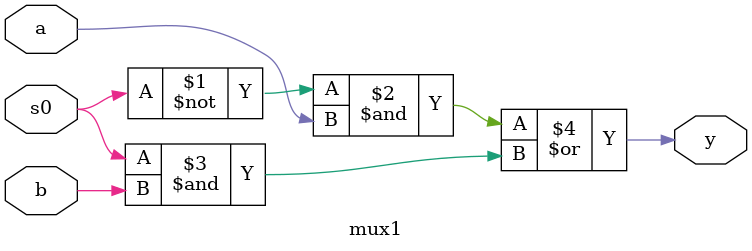
<source format=v>
`timescale 1ns / 1ps
module mux1(a,b,s0,y);
input a,b,s0;
output y;
assign y=((~s0)&a)|(s0&b);
endmodule
/* gate level modeling
module mux1(a,b,s0,y);
input a,b,s0;
output y;
wire w1,w2,w3;
not n0(w1,s0);
and a0(w2,a,w1);
and a1(w3,s0,b);
or o0(y,w2,w3);
endmodule
*/
/* behavioral  modeling
module mux1(a,b,s0,y);
input a,b,s0;
output y;
reg y;
always@(a,b,s0)
begin
if(s0==0)
y=a;
else 
y=b;
endmodule
*/





</source>
